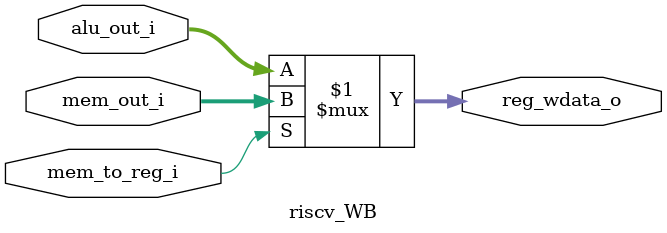
<source format=sv>
`timescale 1ns / 1ps

module riscv_WB (
    // input datapath signals
    input   logic [31:0] mem_out_i,
    input   logic [31:0] alu_out_i,
    // control signals
    input   logic        mem_to_reg_i,
    // output datapath signals
    output  logic [31:0] reg_wdata_o
);

assign reg_wdata_o = (mem_to_reg_i) ? mem_out_i : alu_out_i;

endmodule

</source>
